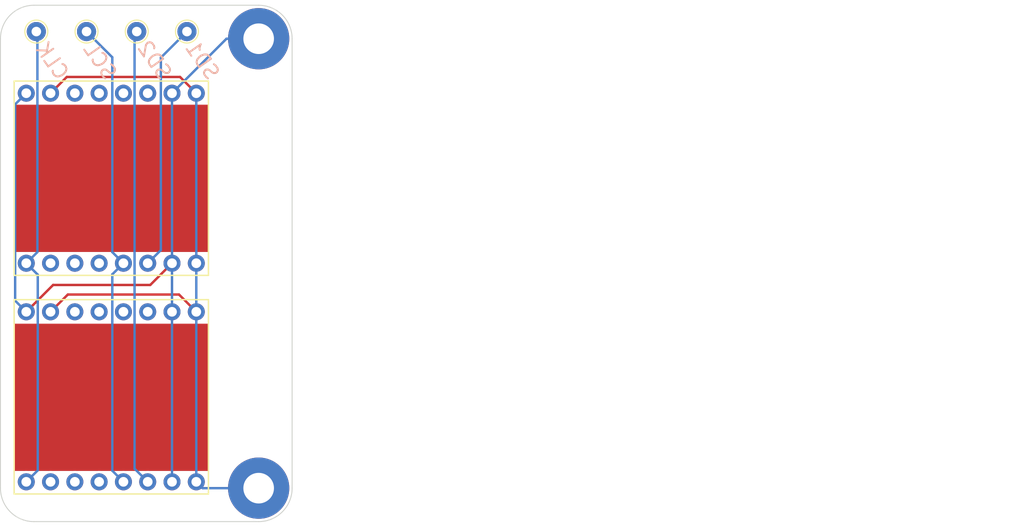
<source format=kicad_pcb>
(kicad_pcb (version 20240108) (generator "pcbnew") (generator_version "8.0")
  (layers (0 "F.Cu" signal) (31 "B.Cu" signal) (34 "B.Paste" user) (35 "F.Paste" user) (36 "B.SilkS" user "B.Silkscreen") (37 "F.SilkS" user "F.Silkscreen") (38 "B.Mask" user) (39 "F.Mask" user) (44 "Edge.Cuts" user))
  (net 0 "")
  (net 1 "CLK")
  (net 2 "SCL")
  (net 3 "GND")
  (net 4 "+3V3")
  (net 5 "SD2")
  (net 6 "SD1")
  (footprint "TestPoint:TestPoint_THTPad_D2.0mm_Drill1.0mm" (layer "F.Cu") (at 96.5 103.25)
    (property "Reference" "TP4" (hide yes))
    (property "Value" "SA1")
    (fp_circle (center 0 0) (end 0 1.2) (stroke (width 0.12)) (fill none) (layer "F.SilkS"))
    (pad "1" thru_hole circle (at 0 0) (size 2 2) (drill 1) (layers "*.Cu" "*.Mask") (net 6 "SD1"))
  )
  (footprint "TestPoint:TestPoint_THTPad_D2.0mm_Drill1.0mm" (layer "F.Cu") (at 91.25 103.25)
    (property "Reference" "TP3" (hide yes))
    (property "Value" "SD2")
    (fp_circle (center 0 0) (end 0 1.2) (stroke (width 0.12)) (fill none) (layer "F.SilkS"))
    (pad "1" thru_hole circle (at 0 0) (size 2 2) (drill 1) (layers "*.Cu" "*.Mask") (net 5 "SD2"))
  )
  (footprint "Saintcon2024Klip-ons:Saintcon2024Klip-onLeft" (layer "F.Cu") (at 139.75 126.4)
    (property "Reference" "J1" (hide yes))
    (property "Value" "Screw_Power" (hide yes))
    (pad "+" thru_hole circle (at -35.75 -22.4) (size 6.4 6.4) (drill 3.2) (layers "*.Cu" "*.Mask") (net 4 "+3V3"))
    (pad "-" thru_hole circle (at -35.75 24.6) (size 6.4 6.4) (drill 3.2) (layers "*.Cu" "*.Mask") (net 3 "GND"))
  )
  (footprint "minibadge_kicad:SAINTCON-Minibadge-Shiny" (layer "F.Cu") (at 78.4275 108.4275)
    (property "Reference" "U1" (hide yes))
    (property "Value" "SAINTCON-Minibadge")
    (fp_line (start 0 0) (end 0 20.32) (stroke (width 0.15)) (layer "F.SilkS"))
    (fp_line (start 0 20.32) (end 20.32 20.32) (stroke (width 0.15)) (layer "F.SilkS"))
    (fp_line (start 20.32 0) (end 0 0) (stroke (width 0.15)) (layer "F.SilkS"))
    (fp_line (start 20.32 20.32) (end 20.32 0) (stroke (width 0.15)) (layer "F.SilkS"))
    (pad "1" thru_hole circle (at 1.27 1.27 90) (size 1.778 1.778) (drill 1.016) (layers "*.Cu" "*.Mask") (net 4 "+3V3"))
    (pad "2" thru_hole circle (at 3.81 1.27 90) (size 1.778 1.778) (drill 1.016) (layers "*.Cu" "*.Mask") (net 3 "GND"))
    (pad "3" thru_hole circle (at 6.35 1.27 90) (size 1.778 1.778) (drill 1.016) (layers "*.Cu" "*.Mask"))
    (pad "4" thru_hole circle (at 8.89 1.27 90) (size 1.778 1.778) (drill 1.016) (layers "*.Cu" "*.Mask"))
    (pad "5" thru_hole circle (at 11.43 1.27 90) (size 1.778 1.778) (drill 1.016) (layers "*.Cu" "*.Mask"))
    (pad "6" thru_hole circle (at 13.97 1.27 90) (size 1.778 1.778) (drill 1.016) (layers "*.Cu" "*.Mask"))
    (pad "7" thru_hole circle (at 16.51 1.27 90) (size 1.778 1.778) (drill 1.016) (layers "*.Cu" "*.Mask") (net 4 "+3V3"))
    (pad "8" thru_hole circle (at 19.05 1.27 90) (size 1.778 1.778) (drill 1.016) (layers "*.Cu" "*.Mask") (net 3 "GND"))
    (pad "9" thru_hole circle (at 1.27 19.05 90) (size 1.778 1.778) (drill 1.016) (layers "*.Cu" "*.Mask") (net 1 "CLK"))
    (pad "10" thru_hole circle (at 3.81 19.05 90) (size 1.778 1.778) (drill 1.016) (layers "*.Cu" "*.Mask"))
    (pad "11" thru_hole circle (at 6.35 19.05 90) (size 1.778 1.778) (drill 1.016) (layers "*.Cu" "*.Mask"))
    (pad "12" thru_hole circle (at 8.89 19.05 90) (size 1.778 1.778) (drill 1.016) (layers "*.Cu" "*.Mask"))
    (pad "13" thru_hole circle (at 11.43 19.05 90) (size 1.778 1.778) (drill 1.016) (layers "*.Cu" "*.Mask") (net 2 "SCL"))
    (pad "14" thru_hole circle (at 13.97 19.05 90) (size 1.778 1.778) (drill 1.016) (layers "*.Cu" "*.Mask") (net 6 "SD1"))
    (pad "15" thru_hole circle (at 16.51 19.05 90) (size 1.778 1.778) (drill 1.016) (layers "*.Cu" "*.Mask") (net 4 "+3V3"))
    (pad "16" thru_hole circle (at 19.05 19.05 90) (size 1.778 1.778) (drill 1.016) (layers "*.Cu" "*.Mask") (net 3 "GND"))
  )
  (footprint "TestPoint:TestPoint_THTPad_D2.0mm_Drill1.0mm" (layer "F.Cu") (at 86 103.25)
    (property "Reference" "TP2" (hide yes))
    (property "Value" "SCL")
    (fp_circle (center 0 0) (end 0 1.2) (stroke (width 0.12)) (fill none) (layer "F.SilkS"))
    (pad "1" thru_hole circle (at 0 0) (size 2 2) (drill 1) (layers "*.Cu" "*.Mask") (net 2 "SCL"))
  )
  (footprint "TestPoint:TestPoint_THTPad_D2.0mm_Drill1.0mm" (layer "F.Cu") (at 80.75 103.25)
    (property "Reference" "TP1" (hide yes))
    (property "Value" "CLK")
    (fp_circle (center 0 0) (end 0 1.2) (stroke (width 0.12)) (fill none) (layer "F.SilkS"))
    (pad "1" thru_hole circle (at 0 0) (size 2 2) (drill 1) (layers "*.Cu" "*.Mask") (net 1 "CLK"))
  )
  (footprint "minibadge_kicad:SAINTCON-Minibadge-Shiny" (layer "F.Cu") (at 78.4275 131.2875)
    (property "Reference" "U2" (hide yes))
    (property "Value" "SAINTCON-Minibadge")
    (fp_line (start 0 0) (end 0 20.32) (stroke (width 0.15)) (layer "F.SilkS"))
    (fp_line (start 0 20.32) (end 20.32 20.32) (stroke (width 0.15)) (layer "F.SilkS"))
    (fp_line (start 20.32 0) (end 0 0) (stroke (width 0.15)) (layer "F.SilkS"))
    (fp_line (start 20.32 20.32) (end 20.32 0) (stroke (width 0.15)) (layer "F.SilkS"))
    (pad "1" thru_hole circle (at 1.27 1.27 90) (size 1.778 1.778) (drill 1.016) (layers "*.Cu" "*.Mask") (net 4 "+3V3"))
    (pad "2" thru_hole circle (at 3.81 1.27 90) (size 1.778 1.778) (drill 1.016) (layers "*.Cu" "*.Mask") (net 3 "GND"))
    (pad "3" thru_hole circle (at 6.35 1.27 90) (size 1.778 1.778) (drill 1.016) (layers "*.Cu" "*.Mask"))
    (pad "4" thru_hole circle (at 8.89 1.27 90) (size 1.778 1.778) (drill 1.016) (layers "*.Cu" "*.Mask"))
    (pad "5" thru_hole circle (at 11.43 1.27 90) (size 1.778 1.778) (drill 1.016) (layers "*.Cu" "*.Mask"))
    (pad "6" thru_hole circle (at 13.97 1.27 90) (size 1.778 1.778) (drill 1.016) (layers "*.Cu" "*.Mask"))
    (pad "7" thru_hole circle (at 16.51 1.27 90) (size 1.778 1.778) (drill 1.016) (layers "*.Cu" "*.Mask") (net 4 "+3V3"))
    (pad "8" thru_hole circle (at 19.05 1.27 90) (size 1.778 1.778) (drill 1.016) (layers "*.Cu" "*.Mask") (net 3 "GND"))
    (pad "9" thru_hole circle (at 1.27 19.05 90) (size 1.778 1.778) (drill 1.016) (layers "*.Cu" "*.Mask") (net 1 "CLK"))
    (pad "10" thru_hole circle (at 3.81 19.05 90) (size 1.778 1.778) (drill 1.016) (layers "*.Cu" "*.Mask"))
    (pad "11" thru_hole circle (at 6.35 19.05 90) (size 1.778 1.778) (drill 1.016) (layers "*.Cu" "*.Mask"))
    (pad "12" thru_hole circle (at 8.89 19.05 90) (size 1.778 1.778) (drill 1.016) (layers "*.Cu" "*.Mask"))
    (pad "13" thru_hole circle (at 11.43 19.05 90) (size 1.778 1.778) (drill 1.016) (layers "*.Cu" "*.Mask") (net 2 "SCL"))
    (pad "14" thru_hole circle (at 13.97 19.05 90) (size 1.778 1.778) (drill 1.016) (layers "*.Cu" "*.Mask") (net 5 "SD2"))
    (pad "15" thru_hole circle (at 16.51 19.05 90) (size 1.778 1.778) (drill 1.016) (layers "*.Cu" "*.Mask") (net 4 "+3V3"))
    (pad "16" thru_hole circle (at 19.05 19.05 90) (size 1.778 1.778) (drill 1.016) (layers "*.Cu" "*.Mask") (net 3 "GND"))
  )
  (gr_arc (start 107.5 151) (mid 106.474874 153.474874) (end 104 154.5) (stroke (width 0.1)) (layer "Edge.Cuts"))
  (gr_line (start 107.5 104) (end 107.5 151) (stroke (width 0.1)) (layer "Edge.Cuts"))
  (gr_arc (start 104 100.5) (mid 106.474874 101.525126) (end 107.5 104) (stroke (width 0.1)) (layer "Edge.Cuts"))
  (gr_line (start 80.5 100.5) (end 104 100.5) (stroke (width 0.1)) (layer "Edge.Cuts"))
  (gr_line (start 77 151) (end 77 104) (stroke (width 0.1)) (layer "Edge.Cuts"))
  (gr_arc (start 77 104) (mid 78.025126 101.525126) (end 80.5 100.5) (stroke (width 0.1)) (layer "Edge.Cuts"))
  (gr_arc (start 80.5 154.5) (mid 78.025126 153.474874) (end 77 151) (stroke (width 0.1)) (layer "Edge.Cuts"))
  (gr_line (start 104 154.5) (end 80.5 154.5) (stroke (width 0.1)) (layer "Edge.Cuts"))
  (gr_text "CLK" (at 82.97 108.64 -55) (layer "B.SilkS") (effects (font (size 1.5 1.5) (thickness 0.2)) (justify left bottom mirror)))
  (gr_text "SCL" (at 87.97 108.64 -55) (layer "B.SilkS") (effects (font (size 1.5 1.5) (thickness 0.2)) (justify left bottom mirror)))
  (gr_text "SD2" (at 93.72 108.64 -55) (layer "B.SilkS") (effects (font (size 1.5 1.5) (thickness 0.2)) (justify left bottom mirror)))
  (gr_text "SD1" (at 98.72 108.64 -55) (layer "B.SilkS") (effects (font (size 1.5 1.5) (thickness 0.2)) (justify left bottom mirror)))
  (segment (start 79.6975 127.4775) (end 80.8615 126.3135) (width 0.25) (layer "B.Cu") (net 1))
  (segment (start 80.8615 126.3135) (end 80.8615 103.3615) (width 0.25) (layer "B.Cu") (net 1))
  (segment (start 80.9 149.135) (end 80.9 128.68) (width 0.25) (layer "B.Cu") (net 1))
  (segment (start 79.6975 150.3375) (end 80.9 149.135) (width 0.25) (layer "B.Cu") (net 1))
  (segment (start 80.9 128.68) (end 79.6975 127.4775) (width 0.25) (layer "B.Cu") (net 1))
  (segment (start 80.8615 103.3615) (end 80.75 103.25) (width 0.25) (layer "B.Cu") (net 1))
  (segment (start 89.8575 127.4775) (end 88.6935 126.3135) (width 0.25) (layer "B.Cu") (net 2))
  (segment (start 88.6935 105.9435) (end 86 103.25) (width 0.25) (layer "B.Cu") (net 2))
  (segment (start 89.8575 150.3375) (end 88.6935 149.1735) (width 0.25) (layer "B.Cu") (net 2))
  (segment (start 88.6935 126.3135) (end 88.6935 105.9435) (width 0.25) (layer "B.Cu") (net 2))
  (segment (start 88.6935 128.6415) (end 89.8575 127.4775) (width 0.25) (layer "B.Cu") (net 2))
  (segment (start 88.6935 149.1735) (end 88.6935 128.6415) (width 0.25) (layer "B.Cu") (net 2))
  (segment (start 82.2375 109.6975) (end 83.935 108) (width 0.25) (layer "F.Cu") (net 3))
  (segment (start 82.2375 132.5575) (end 84.045 130.75) (width 0.25) (layer "F.Cu") (net 3))
  (segment (start 95.78 108) (end 97.4775 109.6975) (width 0.25) (layer "F.Cu") (net 3))
  (segment (start 95.67 130.75) (end 97.4775 132.5575) (width 0.25) (layer "F.Cu") (net 3))
  (segment (start 83.935 108) (end 95.78 108) (width 0.25) (layer "F.Cu") (net 3))
  (segment (start 84.045 130.75) (end 95.67 130.75) (width 0.25) (layer "F.Cu") (net 3))
  (segment (start 104 151) (end 98.14 151) (width 0.25) (layer "B.Cu") (net 3))
  (segment (start 97.4775 127.4775) (end 97.4775 132.5575) (width 0.25) (layer "B.Cu") (net 3))
  (segment (start 103 152) (end 104 151) (width 0.25) (layer "B.Cu") (net 3))
  (segment (start 97.4775 132.5575) (end 97.4775 150.3375) (width 0.25) (layer "B.Cu") (net 3))
  (segment (start 98.14 151) (end 97.4775 150.3375) (width 0.25) (layer "B.Cu") (net 3))
  (segment (start 97.4775 109.6975) (end 97.4775 127.4775) (width 0.25) (layer "B.Cu") (net 3))
  (segment (start 82.505 129.75) (end 79.6975 132.5575) (width 0.25) (layer "F.Cu") (net 4))
  (segment (start 94.9375 127.4775) (end 92.665 129.75) (width 0.25) (layer "F.Cu") (net 4))
  (segment (start 92.665 129.75) (end 82.505 129.75) (width 0.25) (layer "F.Cu") (net 4))
  (segment (start 94.9375 150.3375) (end 94.9375 132.5575) (width 0.25) (layer "B.Cu") (net 4))
  (segment (start 94.9375 132.5575) (end 94.9375 127.4775) (width 0.25) (layer "B.Cu") (net 4))
  (segment (start 78.5335 110.8615) (end 78.5335 131.3935) (width 0.25) (layer "B.Cu") (net 4))
  (segment (start 104 104) (end 100.635 104) (width 0.25) (layer "B.Cu") (net 4))
  (segment (start 79.6975 109.6975) (end 78.5335 110.8615) (width 0.25) (layer "B.Cu") (net 4))
  (segment (start 78.5335 131.3935) (end 79.6975 132.5575) (width 0.25) (layer "B.Cu") (net 4))
  (segment (start 94.9375 127.4775) (end 94.9375 109.6975) (width 0.25) (layer "B.Cu") (net 4))
  (segment (start 100.635 104) (end 94.9375 109.6975) (width 0.25) (layer "B.Cu") (net 4))
  (segment (start 91.0215 148.9615) (end 91.0215 103.4785) (width 0.25) (layer "B.Cu") (net 5))
  (segment (start 92.3975 150.3375) (end 91.0215 148.9615) (width 0.25) (layer "B.Cu") (net 5))
  (segment (start 91.0215 103.4785) (end 91.25 103.25) (width 0.25) (layer "B.Cu") (net 5))
  (segment (start 93.7735 105.9765) (end 96.5 103.25) (width 0.25) (layer "B.Cu") (net 6))
  (segment (start 92.3975 127.4775) (end 93.7735 126.1015) (width 0.25) (layer "B.Cu") (net 6))
  (segment (start 93.7735 126.1015) (end 93.7735 105.9765) (width 0.25) (layer "B.Cu") (net 6))
  (zone (net 0) (net_name "") (layer "F.Cu") (connect_pads (clearance 0.254)) (min_thickness 0.25) (fill yes (thermal_gap 0.5) (thermal_bridge_width 0.5) (island_removal_mode 1) (island_area_min 10))
    (polygon (pts (xy 78.4 133.8) (xy 98.8 133.8) (xy 98.8 149.2) (xy 78.4 149.2)))
  )
  (zone (net 0) (net_name "") (layer "F.Cu") (connect_pads (clearance 0.254)) (min_thickness 0.25) (fill yes (thermal_gap 0.5) (thermal_bridge_width 0.5) (island_removal_mode 1) (island_area_min 10))
    (polygon (pts (xy 78.4 110.9) (xy 98.8 110.9) (xy 98.8 126.3) (xy 78.4 126.3)))
  )
)
</source>
